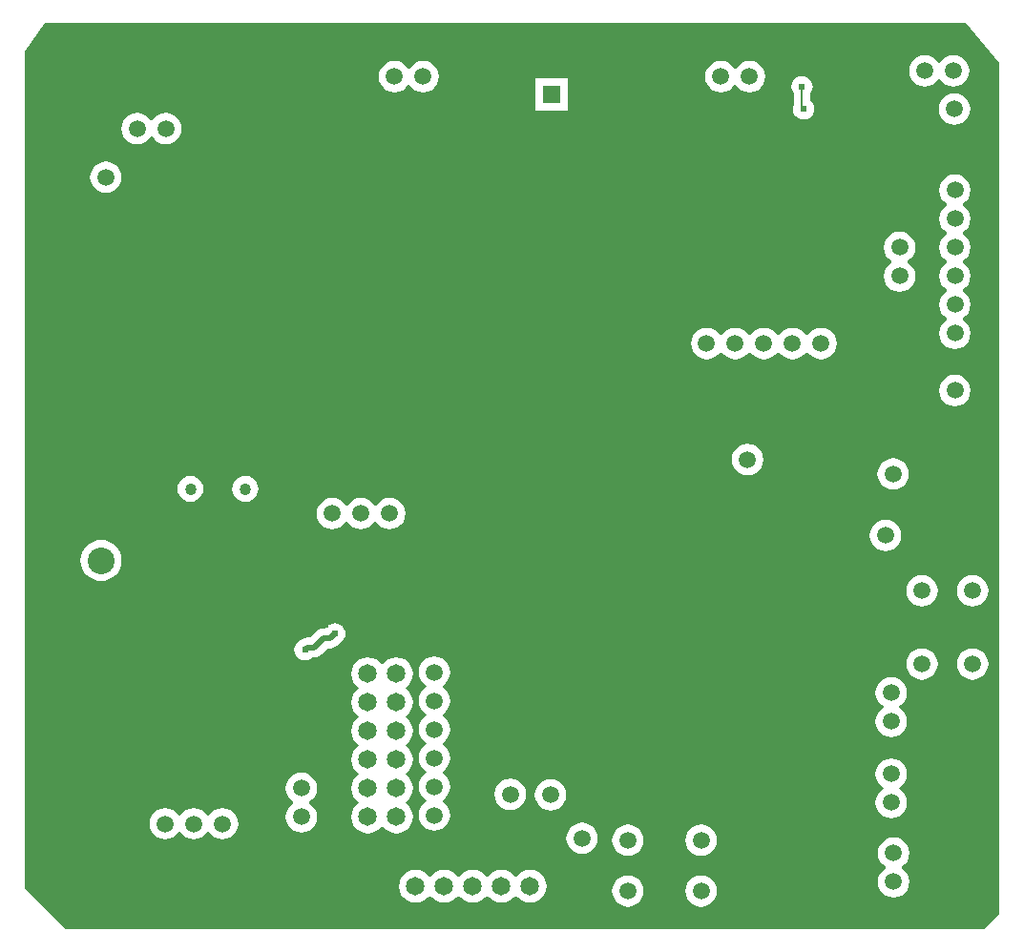
<source format=gbl>
G04 Layer_Physical_Order=2*
G04 Layer_Color=16711680*
%FSLAX25Y25*%
%MOIN*%
G70*
G01*
G75*
%ADD40C,0.01200*%
%ADD41C,0.02000*%
%ADD42C,0.01000*%
%ADD43C,0.00800*%
%ADD45C,0.04055*%
%ADD46C,0.05905*%
%ADD47C,0.06496*%
%ADD48C,0.06299*%
%ADD49R,0.06299X0.06299*%
%ADD50C,0.09331*%
%ADD51C,0.10039*%
%ADD52C,0.02400*%
G36*
X343300Y304400D02*
Y7200D01*
X337900Y1800D01*
X17200D01*
X2700Y16300D01*
X2700Y308500D01*
X10000Y318600D01*
X331500D01*
X343300Y304400D01*
D02*
G37*
%LPC*%
G36*
X172400Y54500D02*
X170976Y54312D01*
X169650Y53763D01*
X168511Y52889D01*
X167637Y51750D01*
X167088Y50424D01*
X166900Y49000D01*
X167088Y47576D01*
X167637Y46250D01*
X168511Y45111D01*
X169650Y44237D01*
X170976Y43688D01*
X172400Y43500D01*
X173823Y43688D01*
X175150Y44237D01*
X176289Y45111D01*
X177163Y46250D01*
X177712Y47576D01*
X177900Y49000D01*
X177712Y50424D01*
X177163Y51750D01*
X176289Y52889D01*
X175150Y53763D01*
X173823Y54312D01*
X172400Y54500D01*
D02*
G37*
G36*
X305500Y89956D02*
X304077Y89769D01*
X302750Y89220D01*
X301611Y88346D01*
X300737Y87207D01*
X300188Y85880D01*
X300000Y84457D01*
X300188Y83033D01*
X300737Y81707D01*
X301611Y80568D01*
X302693Y79737D01*
X302724Y79457D01*
X302693Y79176D01*
X301611Y78346D01*
X300737Y77206D01*
X300188Y75880D01*
X300000Y74457D01*
X300188Y73033D01*
X300737Y71707D01*
X301611Y70568D01*
X302750Y69694D01*
X304077Y69144D01*
X305500Y68957D01*
X306924Y69144D01*
X308250Y69694D01*
X309389Y70568D01*
X310263Y71707D01*
X310812Y73033D01*
X311000Y74457D01*
X310812Y75880D01*
X310263Y77206D01*
X309389Y78346D01*
X308307Y79176D01*
X308276Y79457D01*
X308307Y79737D01*
X309389Y80568D01*
X310263Y81707D01*
X310812Y83033D01*
X311000Y84457D01*
X310812Y85880D01*
X310263Y87207D01*
X309389Y88346D01*
X308250Y89220D01*
X306924Y89769D01*
X305500Y89956D01*
D02*
G37*
G36*
X71856Y44200D02*
X70433Y44012D01*
X69106Y43463D01*
X67967Y42589D01*
X67137Y41507D01*
X66856Y41476D01*
X66575Y41507D01*
X65745Y42589D01*
X64606Y43463D01*
X63279Y44012D01*
X61856Y44200D01*
X60433Y44012D01*
X59106Y43463D01*
X57967Y42589D01*
X57137Y41507D01*
X56856Y41476D01*
X56575Y41507D01*
X55745Y42589D01*
X54606Y43463D01*
X53279Y44012D01*
X51856Y44200D01*
X50432Y44012D01*
X49106Y43463D01*
X47967Y42589D01*
X47093Y41450D01*
X46544Y40124D01*
X46356Y38700D01*
X46544Y37277D01*
X47093Y35950D01*
X47967Y34811D01*
X49106Y33937D01*
X50432Y33388D01*
X51856Y33200D01*
X53279Y33388D01*
X54606Y33937D01*
X55745Y34811D01*
X56575Y35893D01*
X56856Y35924D01*
X57137Y35893D01*
X57967Y34811D01*
X59106Y33937D01*
X60433Y33388D01*
X61856Y33200D01*
X63279Y33388D01*
X64606Y33937D01*
X65745Y34811D01*
X66575Y35893D01*
X66856Y35924D01*
X67137Y35893D01*
X67967Y34811D01*
X69106Y33937D01*
X70433Y33388D01*
X71856Y33200D01*
X73279Y33388D01*
X74606Y33937D01*
X75745Y34811D01*
X76619Y35950D01*
X77168Y37277D01*
X77356Y38700D01*
X77168Y40124D01*
X76619Y41450D01*
X75745Y42589D01*
X74606Y43463D01*
X73279Y44012D01*
X71856Y44200D01*
D02*
G37*
G36*
X186500Y54300D02*
X185077Y54112D01*
X183750Y53563D01*
X182611Y52689D01*
X181737Y51550D01*
X181188Y50223D01*
X181000Y48800D01*
X181188Y47376D01*
X181737Y46050D01*
X182611Y44911D01*
X183750Y44037D01*
X185077Y43488D01*
X186500Y43300D01*
X187924Y43488D01*
X189250Y44037D01*
X190389Y44911D01*
X191263Y46050D01*
X191813Y47376D01*
X192000Y48800D01*
X191813Y50223D01*
X191263Y51550D01*
X190389Y52689D01*
X189250Y53563D01*
X187924Y54112D01*
X186500Y54300D01*
D02*
G37*
G36*
X316183Y100000D02*
X314760Y99812D01*
X313434Y99263D01*
X312295Y98389D01*
X311420Y97250D01*
X310871Y95924D01*
X310684Y94500D01*
X310871Y93076D01*
X311420Y91750D01*
X312295Y90611D01*
X313434Y89737D01*
X314760Y89188D01*
X316183Y89000D01*
X317607Y89188D01*
X318933Y89737D01*
X320072Y90611D01*
X320946Y91750D01*
X321496Y93076D01*
X321683Y94500D01*
X321496Y95924D01*
X320946Y97250D01*
X320072Y98389D01*
X318933Y99263D01*
X317607Y99812D01*
X316183Y100000D01*
D02*
G37*
G36*
X111100Y108832D02*
X110134Y108705D01*
X109234Y108332D01*
X108461Y107739D01*
X107917Y107030D01*
X107100D01*
X106186Y106910D01*
X105335Y106557D01*
X104604Y105996D01*
X102438Y103830D01*
X101500D01*
X100586Y103710D01*
X99735Y103357D01*
X99021Y102809D01*
X98834Y102732D01*
X98061Y102139D01*
X97468Y101366D01*
X97095Y100466D01*
X96968Y99500D01*
X97095Y98534D01*
X97468Y97634D01*
X98061Y96861D01*
X98834Y96268D01*
X99734Y95895D01*
X100700Y95768D01*
X101666Y95895D01*
X102566Y96268D01*
X103220Y96770D01*
X103900D01*
X104814Y96890D01*
X105665Y97243D01*
X106396Y97804D01*
X108562Y99970D01*
X109500D01*
X110414Y100090D01*
X111265Y100443D01*
X111996Y101004D01*
X112786Y101794D01*
X112966Y101868D01*
X113739Y102461D01*
X114332Y103234D01*
X114705Y104134D01*
X114832Y105100D01*
X114705Y106066D01*
X114332Y106966D01*
X113739Y107739D01*
X112966Y108332D01*
X112066Y108705D01*
X111100Y108832D01*
D02*
G37*
G36*
X316183Y125590D02*
X314760Y125403D01*
X313434Y124853D01*
X312295Y123979D01*
X311420Y122840D01*
X310871Y121514D01*
X310684Y120090D01*
X310871Y118667D01*
X311420Y117341D01*
X312295Y116201D01*
X313434Y115327D01*
X314760Y114778D01*
X316183Y114591D01*
X317607Y114778D01*
X318933Y115327D01*
X320072Y116201D01*
X320946Y117341D01*
X321496Y118667D01*
X321683Y120090D01*
X321496Y121514D01*
X320946Y122840D01*
X320072Y123979D01*
X318933Y124853D01*
X317607Y125403D01*
X316183Y125590D01*
D02*
G37*
G36*
X333900Y100000D02*
X332476Y99812D01*
X331150Y99263D01*
X330011Y98389D01*
X329137Y97250D01*
X328588Y95924D01*
X328400Y94500D01*
X328588Y93076D01*
X329137Y91750D01*
X330011Y90611D01*
X331150Y89737D01*
X332476Y89188D01*
X333900Y89000D01*
X335324Y89188D01*
X336650Y89737D01*
X337789Y90611D01*
X338663Y91750D01*
X339212Y93076D01*
X339400Y94500D01*
X339212Y95924D01*
X338663Y97250D01*
X337789Y98389D01*
X336650Y99263D01*
X335324Y99812D01*
X333900Y100000D01*
D02*
G37*
G36*
X132656Y96898D02*
X131156Y96700D01*
X129757Y96121D01*
X128557Y95200D01*
X127906Y94352D01*
X127406D01*
X126755Y95200D01*
X125555Y96121D01*
X124156Y96700D01*
X122656Y96898D01*
X121156Y96700D01*
X119757Y96121D01*
X118556Y95200D01*
X117635Y93999D01*
X117056Y92601D01*
X116858Y91100D01*
X117056Y89600D01*
X117635Y88201D01*
X118556Y87001D01*
X119404Y86350D01*
Y85850D01*
X118556Y85199D01*
X117635Y83999D01*
X117056Y82600D01*
X116858Y81100D01*
X117056Y79599D01*
X117635Y78201D01*
X118556Y77000D01*
X119404Y76350D01*
Y75850D01*
X118556Y75200D01*
X117635Y73999D01*
X117056Y72601D01*
X116858Y71100D01*
X117056Y69599D01*
X117635Y68201D01*
X118556Y67001D01*
X119404Y66350D01*
Y65850D01*
X118556Y65200D01*
X117635Y63999D01*
X117056Y62600D01*
X116858Y61100D01*
X117056Y59600D01*
X117635Y58201D01*
X118556Y57000D01*
X119404Y56350D01*
Y55850D01*
X118556Y55199D01*
X117635Y53999D01*
X117056Y52601D01*
X116858Y51100D01*
X117056Y49599D01*
X117635Y48201D01*
X118556Y47001D01*
X119404Y46350D01*
Y45850D01*
X118556Y45199D01*
X117635Y43999D01*
X117056Y42601D01*
X116858Y41100D01*
X117056Y39599D01*
X117635Y38201D01*
X118556Y37001D01*
X119757Y36079D01*
X121156Y35500D01*
X122656Y35302D01*
X124156Y35500D01*
X125555Y36079D01*
X126755Y37001D01*
X127406Y37848D01*
X127906D01*
X128557Y37001D01*
X129757Y36079D01*
X131156Y35500D01*
X132656Y35302D01*
X134157Y35500D01*
X135555Y36079D01*
X136756Y37001D01*
X137677Y38201D01*
X138256Y39599D01*
X138454Y41100D01*
X138256Y42601D01*
X137677Y43999D01*
X136756Y45199D01*
X135908Y45850D01*
Y46350D01*
X136756Y47001D01*
X137677Y48201D01*
X138256Y49599D01*
X138454Y51100D01*
X138256Y52601D01*
X137677Y53999D01*
X136756Y55199D01*
X135908Y55850D01*
Y56350D01*
X136756Y57000D01*
X137677Y58201D01*
X138256Y59600D01*
X138454Y61100D01*
X138256Y62600D01*
X137677Y63999D01*
X136756Y65200D01*
X135908Y65850D01*
Y66350D01*
X136756Y67001D01*
X137677Y68201D01*
X138256Y69599D01*
X138454Y71100D01*
X138256Y72601D01*
X137677Y73999D01*
X136756Y75200D01*
X135908Y75850D01*
Y76350D01*
X136756Y77000D01*
X137677Y78201D01*
X138256Y79599D01*
X138454Y81100D01*
X138256Y82600D01*
X137677Y83999D01*
X136756Y85199D01*
X135908Y85850D01*
Y86350D01*
X136756Y87001D01*
X137677Y88201D01*
X138256Y89600D01*
X138454Y91100D01*
X138256Y92601D01*
X137677Y93999D01*
X136756Y95200D01*
X135555Y96121D01*
X134157Y96700D01*
X132656Y96898D01*
D02*
G37*
G36*
X305500Y61556D02*
X304077Y61369D01*
X302750Y60820D01*
X301611Y59946D01*
X300737Y58807D01*
X300188Y57480D01*
X300000Y56057D01*
X300188Y54633D01*
X300737Y53307D01*
X301611Y52168D01*
X302693Y51337D01*
X302724Y51057D01*
X302693Y50776D01*
X301611Y49946D01*
X300737Y48807D01*
X300188Y47480D01*
X300000Y46057D01*
X300188Y44633D01*
X300737Y43307D01*
X301611Y42168D01*
X302750Y41294D01*
X304077Y40744D01*
X305500Y40557D01*
X306924Y40744D01*
X308250Y41294D01*
X309389Y42168D01*
X310263Y43307D01*
X310812Y44633D01*
X311000Y46057D01*
X310812Y47480D01*
X310263Y48807D01*
X309389Y49946D01*
X308307Y50776D01*
X308276Y51057D01*
X308307Y51337D01*
X309389Y52168D01*
X310263Y53307D01*
X310812Y54633D01*
X311000Y56057D01*
X310812Y57480D01*
X310263Y58807D01*
X309389Y59946D01*
X308250Y60820D01*
X306924Y61369D01*
X305500Y61556D01*
D02*
G37*
G36*
X306300Y33956D02*
X304876Y33769D01*
X303550Y33220D01*
X302411Y32346D01*
X301537Y31207D01*
X300988Y29880D01*
X300800Y28457D01*
X300988Y27033D01*
X301537Y25707D01*
X302411Y24568D01*
X303493Y23737D01*
X303524Y23457D01*
X303493Y23176D01*
X302411Y22346D01*
X301537Y21206D01*
X300988Y19880D01*
X300800Y18457D01*
X300988Y17033D01*
X301537Y15707D01*
X302411Y14568D01*
X303550Y13694D01*
X304876Y13144D01*
X306300Y12957D01*
X307723Y13144D01*
X309050Y13694D01*
X310189Y14568D01*
X311063Y15707D01*
X311612Y17033D01*
X311800Y18457D01*
X311612Y19880D01*
X311063Y21206D01*
X310189Y22346D01*
X309107Y23176D01*
X309076Y23457D01*
X309107Y23737D01*
X310189Y24568D01*
X311063Y25707D01*
X311612Y27033D01*
X311800Y28457D01*
X311612Y29880D01*
X311063Y31207D01*
X310189Y32346D01*
X309050Y33220D01*
X307723Y33769D01*
X306300Y33956D01*
D02*
G37*
G36*
X179300Y22670D02*
X177799Y22472D01*
X176401Y21893D01*
X175200Y20972D01*
X174550Y20124D01*
X174050D01*
X173399Y20972D01*
X172199Y21893D01*
X170800Y22472D01*
X169300Y22670D01*
X167799Y22472D01*
X166401Y21893D01*
X165200Y20972D01*
X164550Y20124D01*
X164050D01*
X163400Y20972D01*
X162199Y21893D01*
X160801Y22472D01*
X159300Y22670D01*
X157799Y22472D01*
X156401Y21893D01*
X155201Y20972D01*
X154550Y20124D01*
X154050D01*
X153400Y20972D01*
X152199Y21893D01*
X150801Y22472D01*
X149300Y22670D01*
X147800Y22472D01*
X146401Y21893D01*
X145201Y20972D01*
X144550Y20124D01*
X144050D01*
X143400Y20972D01*
X142199Y21893D01*
X140800Y22472D01*
X139300Y22670D01*
X137800Y22472D01*
X136401Y21893D01*
X135201Y20972D01*
X134279Y19771D01*
X133700Y18373D01*
X133502Y16872D01*
X133700Y15372D01*
X134279Y13974D01*
X135201Y12773D01*
X136401Y11851D01*
X137800Y11272D01*
X139300Y11075D01*
X140800Y11272D01*
X142199Y11851D01*
X143400Y12773D01*
X144050Y13621D01*
X144550D01*
X145201Y12773D01*
X146401Y11851D01*
X147800Y11272D01*
X149300Y11075D01*
X150801Y11272D01*
X152199Y11851D01*
X153400Y12773D01*
X154050Y13621D01*
X154550D01*
X155201Y12773D01*
X156401Y11851D01*
X157799Y11272D01*
X159300Y11075D01*
X160801Y11272D01*
X162199Y11851D01*
X163400Y12773D01*
X164050Y13621D01*
X164550D01*
X165200Y12773D01*
X166401Y11851D01*
X167799Y11272D01*
X169300Y11075D01*
X170800Y11272D01*
X172199Y11851D01*
X173399Y12773D01*
X174050Y13621D01*
X174550D01*
X175200Y12773D01*
X176401Y11851D01*
X177799Y11272D01*
X179300Y11075D01*
X180800Y11272D01*
X182199Y11851D01*
X183399Y12773D01*
X184321Y13974D01*
X184900Y15372D01*
X185098Y16872D01*
X184900Y18373D01*
X184321Y19771D01*
X183399Y20972D01*
X182199Y21893D01*
X180800Y22472D01*
X179300Y22670D01*
D02*
G37*
G36*
X213500Y20700D02*
X212076Y20512D01*
X210750Y19963D01*
X209611Y19089D01*
X208737Y17950D01*
X208188Y16623D01*
X208000Y15200D01*
X208188Y13777D01*
X208737Y12450D01*
X209611Y11311D01*
X210750Y10437D01*
X212076Y9888D01*
X213500Y9700D01*
X214924Y9888D01*
X216250Y10437D01*
X217389Y11311D01*
X218263Y12450D01*
X218812Y13777D01*
X219000Y15200D01*
X218812Y16623D01*
X218263Y17950D01*
X217389Y19089D01*
X216250Y19963D01*
X214924Y20512D01*
X213500Y20700D01*
D02*
G37*
G36*
X239091D02*
X237667Y20512D01*
X236341Y19963D01*
X235202Y19089D01*
X234328Y17950D01*
X233778Y16623D01*
X233591Y15200D01*
X233778Y13777D01*
X234328Y12450D01*
X235202Y11311D01*
X236341Y10437D01*
X237667Y9888D01*
X239091Y9700D01*
X240514Y9888D01*
X241841Y10437D01*
X242980Y11311D01*
X243854Y12450D01*
X244403Y13777D01*
X244590Y15200D01*
X244403Y16623D01*
X243854Y17950D01*
X242980Y19089D01*
X241841Y19963D01*
X240514Y20512D01*
X239091Y20700D01*
D02*
G37*
G36*
X213500Y38416D02*
X212076Y38229D01*
X210750Y37679D01*
X209611Y36805D01*
X208737Y35666D01*
X208188Y34340D01*
X208000Y32916D01*
X208188Y31493D01*
X208737Y30167D01*
X209611Y29027D01*
X210750Y28153D01*
X212076Y27604D01*
X213500Y27417D01*
X214924Y27604D01*
X216250Y28153D01*
X217389Y29027D01*
X218263Y30167D01*
X218812Y31493D01*
X219000Y32916D01*
X218812Y34340D01*
X218263Y35666D01*
X217389Y36805D01*
X216250Y37679D01*
X214924Y38229D01*
X213500Y38416D01*
D02*
G37*
G36*
X99456Y56600D02*
X98033Y56412D01*
X96706Y55863D01*
X95567Y54989D01*
X94693Y53850D01*
X94144Y52523D01*
X93956Y51100D01*
X94144Y49676D01*
X94693Y48350D01*
X95567Y47211D01*
X96649Y46381D01*
X96680Y46100D01*
X96649Y45819D01*
X95567Y44989D01*
X94693Y43850D01*
X94144Y42524D01*
X93956Y41100D01*
X94144Y39676D01*
X94693Y38350D01*
X95567Y37211D01*
X96706Y36337D01*
X98033Y35788D01*
X99456Y35600D01*
X100879Y35788D01*
X102206Y36337D01*
X103345Y37211D01*
X104219Y38350D01*
X104768Y39676D01*
X104956Y41100D01*
X104768Y42524D01*
X104219Y43850D01*
X103345Y44989D01*
X102263Y45819D01*
X102232Y46100D01*
X102263Y46381D01*
X103345Y47211D01*
X104219Y48350D01*
X104768Y49676D01*
X104956Y51100D01*
X104768Y52523D01*
X104219Y53850D01*
X103345Y54989D01*
X102206Y55863D01*
X100879Y56412D01*
X99456Y56600D01*
D02*
G37*
G36*
X145900Y97200D02*
X144476Y97012D01*
X143150Y96463D01*
X142011Y95589D01*
X141137Y94450D01*
X140588Y93124D01*
X140400Y91700D01*
X140588Y90276D01*
X141137Y88950D01*
X142011Y87811D01*
X143093Y86981D01*
X143124Y86700D01*
X143093Y86419D01*
X142011Y85589D01*
X141137Y84450D01*
X140588Y83123D01*
X140400Y81700D01*
X140588Y80277D01*
X141137Y78950D01*
X142011Y77811D01*
X143093Y76981D01*
X143124Y76700D01*
X143093Y76419D01*
X142011Y75589D01*
X141137Y74450D01*
X140588Y73124D01*
X140400Y71700D01*
X140588Y70276D01*
X141137Y68950D01*
X142011Y67811D01*
X143093Y66981D01*
X143124Y66700D01*
X143093Y66419D01*
X142011Y65589D01*
X141137Y64450D01*
X140588Y63124D01*
X140400Y61700D01*
X140588Y60277D01*
X141137Y58950D01*
X142011Y57811D01*
X143093Y56981D01*
X143124Y56700D01*
X143093Y56419D01*
X142011Y55589D01*
X141137Y54450D01*
X140588Y53123D01*
X140400Y51700D01*
X140588Y50276D01*
X141137Y48950D01*
X142011Y47811D01*
X143093Y46981D01*
X143124Y46700D01*
X143093Y46419D01*
X142011Y45589D01*
X141137Y44450D01*
X140588Y43123D01*
X140400Y41700D01*
X140588Y40277D01*
X141137Y38950D01*
X142011Y37811D01*
X143150Y36937D01*
X144476Y36388D01*
X145900Y36200D01*
X147324Y36388D01*
X148650Y36937D01*
X149789Y37811D01*
X150663Y38950D01*
X151212Y40277D01*
X151400Y41700D01*
X151212Y43123D01*
X150663Y44450D01*
X149789Y45589D01*
X148707Y46419D01*
X148676Y46700D01*
X148707Y46981D01*
X149789Y47811D01*
X150663Y48950D01*
X151212Y50276D01*
X151400Y51700D01*
X151212Y53123D01*
X150663Y54450D01*
X149789Y55589D01*
X148707Y56419D01*
X148676Y56700D01*
X148707Y56981D01*
X149789Y57811D01*
X150663Y58950D01*
X151212Y60277D01*
X151400Y61700D01*
X151212Y63124D01*
X150663Y64450D01*
X149789Y65589D01*
X148707Y66419D01*
X148676Y66700D01*
X148707Y66981D01*
X149789Y67811D01*
X150663Y68950D01*
X151212Y70276D01*
X151400Y71700D01*
X151212Y73124D01*
X150663Y74450D01*
X149789Y75589D01*
X148707Y76419D01*
X148676Y76700D01*
X148707Y76981D01*
X149789Y77811D01*
X150663Y78950D01*
X151212Y80277D01*
X151400Y81700D01*
X151212Y83123D01*
X150663Y84450D01*
X149789Y85589D01*
X148707Y86419D01*
X148676Y86700D01*
X148707Y86981D01*
X149789Y87811D01*
X150663Y88950D01*
X151212Y90276D01*
X151400Y91700D01*
X151212Y93124D01*
X150663Y94450D01*
X149789Y95589D01*
X148650Y96463D01*
X147324Y97012D01*
X145900Y97200D01*
D02*
G37*
G36*
X239091Y38416D02*
X237667Y38229D01*
X236341Y37679D01*
X235202Y36805D01*
X234328Y35666D01*
X233778Y34340D01*
X233591Y32916D01*
X233778Y31493D01*
X234328Y30167D01*
X235202Y29027D01*
X236341Y28153D01*
X237667Y27604D01*
X239091Y27417D01*
X240514Y27604D01*
X241841Y28153D01*
X242980Y29027D01*
X243854Y30167D01*
X244403Y31493D01*
X244590Y32916D01*
X244403Y34340D01*
X243854Y35666D01*
X242980Y36805D01*
X241841Y37679D01*
X240514Y38229D01*
X239091Y38416D01*
D02*
G37*
G36*
X197500Y39100D02*
X196077Y38912D01*
X194750Y38363D01*
X193611Y37489D01*
X192737Y36350D01*
X192188Y35023D01*
X192000Y33600D01*
X192188Y32177D01*
X192737Y30850D01*
X193611Y29711D01*
X194750Y28837D01*
X196077Y28288D01*
X197500Y28100D01*
X198923Y28288D01*
X200250Y28837D01*
X201389Y29711D01*
X202263Y30850D01*
X202812Y32177D01*
X203000Y33600D01*
X202812Y35023D01*
X202263Y36350D01*
X201389Y37489D01*
X200250Y38363D01*
X198923Y38912D01*
X197500Y39100D01*
D02*
G37*
G36*
X327564Y293931D02*
X326140Y293743D01*
X324814Y293194D01*
X323675Y292320D01*
X322801Y291181D01*
X322251Y289854D01*
X322064Y288431D01*
X322251Y287007D01*
X322801Y285681D01*
X323675Y284542D01*
X324814Y283668D01*
X326140Y283118D01*
X327564Y282931D01*
X328987Y283118D01*
X330314Y283668D01*
X331453Y284542D01*
X332327Y285681D01*
X332876Y287007D01*
X333064Y288431D01*
X332876Y289854D01*
X332327Y291181D01*
X331453Y292320D01*
X330314Y293194D01*
X328987Y293743D01*
X327564Y293931D01*
D02*
G37*
G36*
X52079Y287105D02*
X50656Y286917D01*
X49330Y286368D01*
X48190Y285494D01*
X47360Y284412D01*
X47079Y284381D01*
X46799Y284412D01*
X45968Y285494D01*
X44829Y286368D01*
X43503Y286917D01*
X42079Y287105D01*
X40656Y286917D01*
X39329Y286368D01*
X38190Y285494D01*
X37316Y284355D01*
X36767Y283029D01*
X36580Y281605D01*
X36767Y280182D01*
X37316Y278855D01*
X38190Y277716D01*
X39329Y276842D01*
X40656Y276293D01*
X42079Y276105D01*
X43503Y276293D01*
X44829Y276842D01*
X45968Y277716D01*
X46799Y278798D01*
X47079Y278829D01*
X47360Y278798D01*
X48190Y277716D01*
X49330Y276842D01*
X50656Y276293D01*
X52079Y276105D01*
X53503Y276293D01*
X54829Y276842D01*
X55968Y277716D01*
X56842Y278855D01*
X57392Y280182D01*
X57579Y281605D01*
X57392Y283029D01*
X56842Y284355D01*
X55968Y285494D01*
X54829Y286368D01*
X53503Y286917D01*
X52079Y287105D01*
D02*
G37*
G36*
X31157Y270100D02*
X29733Y269912D01*
X28407Y269363D01*
X27268Y268489D01*
X26394Y267350D01*
X25844Y266023D01*
X25657Y264600D01*
X25844Y263176D01*
X26394Y261850D01*
X27268Y260711D01*
X28407Y259837D01*
X29733Y259288D01*
X31157Y259100D01*
X32580Y259288D01*
X33906Y259837D01*
X35045Y260711D01*
X35920Y261850D01*
X36469Y263176D01*
X36656Y264600D01*
X36469Y266023D01*
X35920Y267350D01*
X35045Y268489D01*
X33906Y269363D01*
X32580Y269912D01*
X31157Y270100D01*
D02*
G37*
G36*
X281000Y212000D02*
X279576Y211812D01*
X278250Y211263D01*
X277111Y210389D01*
X276281Y209307D01*
X276000Y209276D01*
X275719Y209307D01*
X274889Y210389D01*
X273750Y211263D01*
X272424Y211812D01*
X271000Y212000D01*
X269577Y211812D01*
X268250Y211263D01*
X267111Y210389D01*
X266281Y209307D01*
X266000Y209276D01*
X265719Y209307D01*
X264889Y210389D01*
X263750Y211263D01*
X262423Y211812D01*
X261000Y212000D01*
X259577Y211812D01*
X258250Y211263D01*
X257111Y210389D01*
X256281Y209307D01*
X256000Y209276D01*
X255719Y209307D01*
X254889Y210389D01*
X253750Y211263D01*
X252424Y211812D01*
X251000Y212000D01*
X249576Y211812D01*
X248250Y211263D01*
X247111Y210389D01*
X246281Y209307D01*
X246000Y209276D01*
X245719Y209307D01*
X244889Y210389D01*
X243750Y211263D01*
X242424Y211812D01*
X241000Y212000D01*
X239577Y211812D01*
X238250Y211263D01*
X237111Y210389D01*
X236237Y209250D01*
X235688Y207924D01*
X235500Y206500D01*
X235688Y205077D01*
X236237Y203750D01*
X237111Y202611D01*
X238250Y201737D01*
X239577Y201188D01*
X241000Y201000D01*
X242424Y201188D01*
X243750Y201737D01*
X244889Y202611D01*
X245719Y203693D01*
X246000Y203724D01*
X246281Y203693D01*
X247111Y202611D01*
X248250Y201737D01*
X249576Y201188D01*
X251000Y201000D01*
X252424Y201188D01*
X253750Y201737D01*
X254889Y202611D01*
X255719Y203693D01*
X256000Y203724D01*
X256281Y203693D01*
X257111Y202611D01*
X258250Y201737D01*
X259577Y201188D01*
X261000Y201000D01*
X262423Y201188D01*
X263750Y201737D01*
X264889Y202611D01*
X265719Y203693D01*
X266000Y203724D01*
X266281Y203693D01*
X267111Y202611D01*
X268250Y201737D01*
X269577Y201188D01*
X271000Y201000D01*
X272424Y201188D01*
X273750Y201737D01*
X274889Y202611D01*
X275719Y203693D01*
X276000Y203724D01*
X276281Y203693D01*
X277111Y202611D01*
X278250Y201737D01*
X279576Y201188D01*
X281000Y201000D01*
X282423Y201188D01*
X283750Y201737D01*
X284889Y202611D01*
X285763Y203750D01*
X286312Y205077D01*
X286500Y206500D01*
X286312Y207924D01*
X285763Y209250D01*
X284889Y210389D01*
X283750Y211263D01*
X282423Y211812D01*
X281000Y212000D01*
D02*
G37*
G36*
X308400Y245600D02*
X306977Y245412D01*
X305650Y244863D01*
X304511Y243989D01*
X303637Y242850D01*
X303088Y241524D01*
X302900Y240100D01*
X303088Y238677D01*
X303637Y237350D01*
X304511Y236211D01*
X305593Y235381D01*
X305624Y235100D01*
X305593Y234819D01*
X304511Y233989D01*
X303637Y232850D01*
X303088Y231523D01*
X302900Y230100D01*
X303088Y228677D01*
X303637Y227350D01*
X304511Y226211D01*
X305650Y225337D01*
X306977Y224788D01*
X308400Y224600D01*
X309823Y224788D01*
X311150Y225337D01*
X312289Y226211D01*
X313163Y227350D01*
X313712Y228677D01*
X313900Y230100D01*
X313712Y231523D01*
X313163Y232850D01*
X312289Y233989D01*
X311207Y234819D01*
X311176Y235100D01*
X311207Y235381D01*
X312289Y236211D01*
X313163Y237350D01*
X313712Y238677D01*
X313900Y240100D01*
X313712Y241524D01*
X313163Y242850D01*
X312289Y243989D01*
X311150Y244863D01*
X309823Y245412D01*
X308400Y245600D01*
D02*
G37*
G36*
X255957Y305300D02*
X254533Y305112D01*
X253207Y304563D01*
X252068Y303689D01*
X251237Y302607D01*
X250957Y302576D01*
X250676Y302607D01*
X249846Y303689D01*
X248707Y304563D01*
X247380Y305112D01*
X245957Y305300D01*
X244533Y305112D01*
X243207Y304563D01*
X242068Y303689D01*
X241194Y302550D01*
X240644Y301223D01*
X240457Y299800D01*
X240644Y298376D01*
X241194Y297050D01*
X242068Y295911D01*
X243207Y295037D01*
X244533Y294488D01*
X245957Y294300D01*
X247380Y294488D01*
X248707Y295037D01*
X249846Y295911D01*
X250676Y296993D01*
X250957Y297024D01*
X251237Y296993D01*
X252068Y295911D01*
X253207Y295037D01*
X254533Y294488D01*
X255957Y294300D01*
X257380Y294488D01*
X258706Y295037D01*
X259846Y295911D01*
X260720Y297050D01*
X261269Y298376D01*
X261456Y299800D01*
X261269Y301223D01*
X260720Y302550D01*
X259846Y303689D01*
X258706Y304563D01*
X257380Y305112D01*
X255957Y305300D01*
D02*
G37*
G36*
X327209Y307274D02*
X325786Y307086D01*
X324460Y306537D01*
X323320Y305663D01*
X322490Y304581D01*
X322209Y304550D01*
X321929Y304581D01*
X321098Y305663D01*
X319959Y306537D01*
X318633Y307086D01*
X317209Y307274D01*
X315786Y307086D01*
X314459Y306537D01*
X313320Y305663D01*
X312446Y304524D01*
X311897Y303197D01*
X311710Y301774D01*
X311897Y300351D01*
X312446Y299024D01*
X313320Y297885D01*
X314459Y297011D01*
X315786Y296462D01*
X317209Y296274D01*
X318633Y296462D01*
X319959Y297011D01*
X321098Y297885D01*
X321929Y298967D01*
X322209Y298998D01*
X322490Y298967D01*
X323320Y297885D01*
X324460Y297011D01*
X325786Y296462D01*
X327209Y296274D01*
X328633Y296462D01*
X329959Y297011D01*
X331098Y297885D01*
X331972Y299024D01*
X332522Y300351D01*
X332709Y301774D01*
X332522Y303197D01*
X331972Y304524D01*
X331098Y305663D01*
X329959Y306537D01*
X328633Y307086D01*
X327209Y307274D01*
D02*
G37*
G36*
X141957Y305300D02*
X140533Y305112D01*
X139207Y304563D01*
X138068Y303689D01*
X137237Y302607D01*
X136957Y302576D01*
X136676Y302607D01*
X135846Y303689D01*
X134706Y304563D01*
X133380Y305112D01*
X131957Y305300D01*
X130533Y305112D01*
X129207Y304563D01*
X128068Y303689D01*
X127194Y302550D01*
X126644Y301223D01*
X126457Y299800D01*
X126644Y298376D01*
X127194Y297050D01*
X128068Y295911D01*
X129207Y295037D01*
X130533Y294488D01*
X131957Y294300D01*
X133380Y294488D01*
X134706Y295037D01*
X135846Y295911D01*
X136676Y296993D01*
X136957Y297024D01*
X137237Y296993D01*
X138068Y295911D01*
X139207Y295037D01*
X140533Y294488D01*
X141957Y294300D01*
X143380Y294488D01*
X144706Y295037D01*
X145846Y295911D01*
X146720Y297050D01*
X147269Y298376D01*
X147456Y299800D01*
X147269Y301223D01*
X146720Y302550D01*
X145846Y303689D01*
X144706Y304563D01*
X143380Y305112D01*
X141957Y305300D01*
D02*
G37*
G36*
X274309Y300006D02*
X273343Y299879D01*
X272443Y299506D01*
X271671Y298913D01*
X271077Y298140D01*
X270705Y297240D01*
X270578Y296274D01*
X270705Y295308D01*
X271077Y294408D01*
X271384Y294008D01*
Y289733D01*
X271305Y289540D01*
X271178Y288574D01*
X271305Y287608D01*
X271677Y286708D01*
X272270Y285935D01*
X273043Y285342D01*
X273943Y284969D01*
X274909Y284842D01*
X275875Y284969D01*
X276775Y285342D01*
X277548Y285935D01*
X278141Y286708D01*
X278514Y287608D01*
X278641Y288574D01*
X278514Y289540D01*
X278141Y290440D01*
X277548Y291213D01*
X277234Y291454D01*
Y294008D01*
X277541Y294408D01*
X277914Y295308D01*
X278041Y296274D01*
X277914Y297240D01*
X277541Y298140D01*
X276948Y298913D01*
X276175Y299506D01*
X275275Y299879D01*
X274309Y300006D01*
D02*
G37*
G36*
X192539Y299200D02*
X181240D01*
Y287901D01*
X192539D01*
Y299200D01*
D02*
G37*
G36*
X130256Y152600D02*
X128832Y152412D01*
X127506Y151863D01*
X126367Y150989D01*
X125537Y149907D01*
X125256Y149876D01*
X124975Y149907D01*
X124145Y150989D01*
X123006Y151863D01*
X121679Y152412D01*
X120256Y152600D01*
X118833Y152412D01*
X117506Y151863D01*
X116367Y150989D01*
X115537Y149907D01*
X115256Y149876D01*
X114975Y149907D01*
X114145Y150989D01*
X113006Y151863D01*
X111679Y152412D01*
X110256Y152600D01*
X108833Y152412D01*
X107506Y151863D01*
X106367Y150989D01*
X105493Y149850D01*
X104944Y148523D01*
X104756Y147100D01*
X104944Y145677D01*
X105493Y144350D01*
X106367Y143211D01*
X107506Y142337D01*
X108833Y141788D01*
X110256Y141600D01*
X111679Y141788D01*
X113006Y142337D01*
X114145Y143211D01*
X114975Y144293D01*
X115256Y144324D01*
X115537Y144293D01*
X116367Y143211D01*
X117506Y142337D01*
X118833Y141788D01*
X120256Y141600D01*
X121679Y141788D01*
X123006Y142337D01*
X124145Y143211D01*
X124975Y144293D01*
X125256Y144324D01*
X125537Y144293D01*
X126367Y143211D01*
X127506Y142337D01*
X128832Y141788D01*
X130256Y141600D01*
X131679Y141788D01*
X133006Y142337D01*
X134145Y143211D01*
X135019Y144350D01*
X135568Y145677D01*
X135756Y147100D01*
X135568Y148523D01*
X135019Y149850D01*
X134145Y150989D01*
X133006Y151863D01*
X131679Y152412D01*
X130256Y152600D01*
D02*
G37*
G36*
X60694Y160266D02*
X59512Y160111D01*
X58410Y159655D01*
X57464Y158929D01*
X56739Y157983D01*
X56283Y156882D01*
X56127Y155700D01*
X56283Y154518D01*
X56739Y153417D01*
X57464Y152471D01*
X58410Y151745D01*
X59512Y151289D01*
X60694Y151133D01*
X61876Y151289D01*
X62977Y151745D01*
X63923Y152471D01*
X64648Y153417D01*
X65105Y154518D01*
X65260Y155700D01*
X65105Y156882D01*
X64648Y157983D01*
X63923Y158929D01*
X62977Y159655D01*
X61876Y160111D01*
X60694Y160266D01*
D02*
G37*
G36*
X303500Y144900D02*
X302077Y144712D01*
X300750Y144163D01*
X299611Y143289D01*
X298737Y142150D01*
X298188Y140823D01*
X298000Y139400D01*
X298188Y137977D01*
X298737Y136650D01*
X299611Y135511D01*
X300750Y134637D01*
X302077Y134088D01*
X303500Y133900D01*
X304924Y134088D01*
X306250Y134637D01*
X307389Y135511D01*
X308263Y136650D01*
X308812Y137977D01*
X309000Y139400D01*
X308812Y140823D01*
X308263Y142150D01*
X307389Y143289D01*
X306250Y144163D01*
X304924Y144712D01*
X303500Y144900D01*
D02*
G37*
G36*
X333900Y125590D02*
X332476Y125403D01*
X331150Y124853D01*
X330011Y123979D01*
X329137Y122840D01*
X328588Y121514D01*
X328400Y120090D01*
X328588Y118667D01*
X329137Y117341D01*
X330011Y116201D01*
X331150Y115327D01*
X332476Y114778D01*
X333900Y114591D01*
X335324Y114778D01*
X336650Y115327D01*
X337789Y116201D01*
X338663Y117341D01*
X339212Y118667D01*
X339400Y120090D01*
X339212Y121514D01*
X338663Y122840D01*
X337789Y123979D01*
X336650Y124853D01*
X335324Y125403D01*
X333900Y125590D01*
D02*
G37*
G36*
X29456Y137900D02*
X28051Y137762D01*
X26701Y137352D01*
X25456Y136687D01*
X24365Y135791D01*
X23469Y134700D01*
X22804Y133455D01*
X22394Y132105D01*
X22256Y130700D01*
X22394Y129295D01*
X22804Y127945D01*
X23469Y126700D01*
X24365Y125609D01*
X25456Y124713D01*
X26701Y124048D01*
X28051Y123638D01*
X29456Y123500D01*
X30861Y123638D01*
X32211Y124048D01*
X33456Y124713D01*
X34547Y125609D01*
X35443Y126700D01*
X36108Y127945D01*
X36518Y129295D01*
X36656Y130700D01*
X36518Y132105D01*
X36108Y133455D01*
X35443Y134700D01*
X34547Y135791D01*
X33456Y136687D01*
X32211Y137352D01*
X30861Y137762D01*
X29456Y137900D01*
D02*
G37*
G36*
X327700Y195600D02*
X326276Y195412D01*
X324950Y194863D01*
X323811Y193989D01*
X322937Y192850D01*
X322388Y191524D01*
X322200Y190100D01*
X322388Y188677D01*
X322937Y187350D01*
X323811Y186211D01*
X324950Y185337D01*
X326276Y184788D01*
X327700Y184600D01*
X329123Y184788D01*
X330450Y185337D01*
X331589Y186211D01*
X332463Y187350D01*
X333012Y188677D01*
X333200Y190100D01*
X333012Y191524D01*
X332463Y192850D01*
X331589Y193989D01*
X330450Y194863D01*
X329123Y195412D01*
X327700Y195600D01*
D02*
G37*
G36*
Y265600D02*
X326276Y265412D01*
X324950Y264863D01*
X323811Y263989D01*
X322937Y262850D01*
X322388Y261524D01*
X322200Y260100D01*
X322388Y258677D01*
X322937Y257350D01*
X323811Y256211D01*
X324893Y255381D01*
X324924Y255100D01*
X324893Y254819D01*
X323811Y253989D01*
X322937Y252850D01*
X322388Y251523D01*
X322200Y250100D01*
X322388Y248676D01*
X322937Y247350D01*
X323811Y246211D01*
X324893Y245381D01*
X324924Y245100D01*
X324893Y244819D01*
X323811Y243989D01*
X322937Y242850D01*
X322388Y241524D01*
X322200Y240100D01*
X322388Y238677D01*
X322937Y237350D01*
X323811Y236211D01*
X324893Y235381D01*
X324924Y235100D01*
X324893Y234819D01*
X323811Y233989D01*
X322937Y232850D01*
X322388Y231523D01*
X322200Y230100D01*
X322388Y228677D01*
X322937Y227350D01*
X323811Y226211D01*
X324893Y225381D01*
X324924Y225100D01*
X324893Y224819D01*
X323811Y223989D01*
X322937Y222850D01*
X322388Y221523D01*
X322200Y220100D01*
X322388Y218676D01*
X322937Y217350D01*
X323811Y216211D01*
X324893Y215381D01*
X324924Y215100D01*
X324893Y214819D01*
X323811Y213989D01*
X322937Y212850D01*
X322388Y211524D01*
X322200Y210100D01*
X322388Y208677D01*
X322937Y207350D01*
X323811Y206211D01*
X324950Y205337D01*
X326276Y204788D01*
X327700Y204600D01*
X329123Y204788D01*
X330450Y205337D01*
X331589Y206211D01*
X332463Y207350D01*
X333012Y208677D01*
X333200Y210100D01*
X333012Y211524D01*
X332463Y212850D01*
X331589Y213989D01*
X330507Y214819D01*
X330476Y215100D01*
X330507Y215381D01*
X331589Y216211D01*
X332463Y217350D01*
X333012Y218676D01*
X333200Y220100D01*
X333012Y221523D01*
X332463Y222850D01*
X331589Y223989D01*
X330507Y224819D01*
X330476Y225100D01*
X330507Y225381D01*
X331589Y226211D01*
X332463Y227350D01*
X333012Y228677D01*
X333200Y230100D01*
X333012Y231523D01*
X332463Y232850D01*
X331589Y233989D01*
X330507Y234819D01*
X330476Y235100D01*
X330507Y235381D01*
X331589Y236211D01*
X332463Y237350D01*
X333012Y238677D01*
X333200Y240100D01*
X333012Y241524D01*
X332463Y242850D01*
X331589Y243989D01*
X330507Y244819D01*
X330476Y245100D01*
X330507Y245381D01*
X331589Y246211D01*
X332463Y247350D01*
X333012Y248676D01*
X333200Y250100D01*
X333012Y251523D01*
X332463Y252850D01*
X331589Y253989D01*
X330507Y254819D01*
X330476Y255100D01*
X330507Y255381D01*
X331589Y256211D01*
X332463Y257350D01*
X333012Y258677D01*
X333200Y260100D01*
X333012Y261524D01*
X332463Y262850D01*
X331589Y263989D01*
X330450Y264863D01*
X329123Y265412D01*
X327700Y265600D01*
D02*
G37*
G36*
X255300Y171500D02*
X253877Y171312D01*
X252550Y170763D01*
X251411Y169889D01*
X250537Y168750D01*
X249988Y167423D01*
X249800Y166000D01*
X249988Y164576D01*
X250537Y163250D01*
X251411Y162111D01*
X252550Y161237D01*
X253877Y160688D01*
X255300Y160500D01*
X256723Y160688D01*
X258050Y161237D01*
X259189Y162111D01*
X260063Y163250D01*
X260612Y164576D01*
X260800Y166000D01*
X260612Y167423D01*
X260063Y168750D01*
X259189Y169889D01*
X258050Y170763D01*
X256723Y171312D01*
X255300Y171500D01*
D02*
G37*
G36*
X79906Y160266D02*
X78724Y160111D01*
X77623Y159655D01*
X76677Y158929D01*
X75951Y157983D01*
X75495Y156882D01*
X75340Y155700D01*
X75495Y154518D01*
X75951Y153417D01*
X76677Y152471D01*
X77623Y151745D01*
X78724Y151289D01*
X79906Y151133D01*
X81088Y151289D01*
X82190Y151745D01*
X83135Y152471D01*
X83861Y153417D01*
X84317Y154518D01*
X84473Y155700D01*
X84317Y156882D01*
X83861Y157983D01*
X83135Y158929D01*
X82190Y159655D01*
X81088Y160111D01*
X79906Y160266D01*
D02*
G37*
G36*
X306159Y166400D02*
X304736Y166212D01*
X303410Y165663D01*
X302270Y164789D01*
X301396Y163650D01*
X300847Y162323D01*
X300660Y160900D01*
X300847Y159476D01*
X301396Y158150D01*
X302270Y157011D01*
X303410Y156137D01*
X304736Y155588D01*
X306159Y155400D01*
X307583Y155588D01*
X308909Y156137D01*
X310048Y157011D01*
X310922Y158150D01*
X311472Y159476D01*
X311659Y160900D01*
X311472Y162323D01*
X310922Y163650D01*
X310048Y164789D01*
X308909Y165663D01*
X307583Y166212D01*
X306159Y166400D01*
D02*
G37*
%LPD*%
D40*
X253500Y116800D02*
X253500Y116800D01*
X265707Y78193D02*
X266300Y77600D01*
X253500D02*
X254093Y78193D01*
X217500Y52000D02*
X217500Y52000D01*
X253043Y128800D02*
X253500D01*
D41*
X91400Y79400D02*
X91500Y79500D01*
X72400Y90300D02*
Y90979D01*
X107100Y103500D02*
X109500D01*
X103900Y100300D02*
X107100Y103500D01*
X101500Y100300D02*
X103900D01*
X100700Y99500D02*
X101500Y100300D01*
X109500Y103500D02*
X111100Y105100D01*
D42*
X132300Y51100D02*
X132656D01*
X132300Y71100D02*
X132656D01*
X132300Y61100D02*
X132656D01*
D43*
X274309Y289174D02*
X274909Y288574D01*
X274309Y289174D02*
Y296274D01*
D45*
X79906Y155700D02*
D03*
X60694D02*
D03*
D46*
X333900Y94500D02*
D03*
Y120090D02*
D03*
X316183Y94500D02*
D03*
Y120090D02*
D03*
X327564Y288431D02*
D03*
X241000Y206500D02*
D03*
X172400Y49000D02*
D03*
X305500Y74457D02*
D03*
Y84457D02*
D03*
X306300Y18457D02*
D03*
Y28457D02*
D03*
X305500Y46057D02*
D03*
Y56057D02*
D03*
X186500Y48800D02*
D03*
X327700Y220100D02*
D03*
Y230100D02*
D03*
Y250100D02*
D03*
Y260100D02*
D03*
Y240100D02*
D03*
Y210100D02*
D03*
Y200100D02*
D03*
Y190100D02*
D03*
X22700Y22100D02*
D03*
X305300Y119500D02*
D03*
X308400Y230100D02*
D03*
X306159Y160900D02*
D03*
X308400Y240100D02*
D03*
X145900Y81700D02*
D03*
Y61700D02*
D03*
Y41700D02*
D03*
Y51700D02*
D03*
Y71700D02*
D03*
Y91700D02*
D03*
X120256Y147100D02*
D03*
X130256D02*
D03*
X110256D02*
D03*
X21157Y264600D02*
D03*
X31157D02*
D03*
X281000Y206500D02*
D03*
X271000D02*
D03*
X89324Y297353D02*
D03*
X206300Y183600D02*
D03*
X261000Y206500D02*
D03*
X251000D02*
D03*
X213500Y15200D02*
D03*
X239091D02*
D03*
X213500Y32916D02*
D03*
X239091D02*
D03*
X42079Y281605D02*
D03*
X52079D02*
D03*
X327209Y301774D02*
D03*
X317209D02*
D03*
X141957Y299800D02*
D03*
X131957D02*
D03*
X255957D02*
D03*
X245957D02*
D03*
X61856Y38700D02*
D03*
X71856D02*
D03*
X51856D02*
D03*
X255300Y166000D02*
D03*
X303500Y139400D02*
D03*
X99456Y41100D02*
D03*
Y51100D02*
D03*
X197500Y33600D02*
D03*
D47*
X122656Y41100D02*
D03*
Y51100D02*
D03*
Y61100D02*
D03*
Y91100D02*
D03*
Y81100D02*
D03*
Y71100D02*
D03*
X149300Y16872D02*
D03*
X139300D02*
D03*
X129300D02*
D03*
X159300D02*
D03*
X169300D02*
D03*
X179300D02*
D03*
X132656Y91100D02*
D03*
Y81100D02*
D03*
Y71100D02*
D03*
Y41100D02*
D03*
Y51100D02*
D03*
Y61100D02*
D03*
D48*
X216417Y293551D02*
D03*
D49*
X186889D02*
D03*
D50*
X29456Y130700D02*
D03*
D51*
X39456Y120700D02*
D03*
X19456D02*
D03*
X39456Y140700D02*
D03*
X19456D02*
D03*
D52*
X268409Y293974D02*
D03*
X274909Y288574D02*
D03*
X274309Y296274D02*
D03*
X328200Y9100D02*
D03*
X328057Y36343D02*
D03*
X328000Y64800D02*
D03*
X91400Y79400D02*
D03*
X72400Y90979D02*
D03*
X100700Y99500D02*
D03*
X328500Y160100D02*
D03*
X299700Y174500D02*
D03*
X46522Y301487D02*
D03*
X302957Y291421D02*
D03*
X304296Y311261D02*
D03*
X260664Y282731D02*
D03*
X118709Y274474D02*
D03*
X73311Y266313D02*
D03*
X24700Y82700D02*
D03*
X63100Y109100D02*
D03*
X90300Y36300D02*
D03*
X262483Y224117D02*
D03*
X217500Y52000D02*
D03*
X195100Y149600D02*
D03*
X167900Y142400D02*
D03*
X168700Y125600D02*
D03*
X159700Y99000D02*
D03*
X159200Y106400D02*
D03*
X270900Y254400D02*
D03*
X258000Y260900D02*
D03*
X37200Y105800D02*
D03*
X36656Y66700D02*
D03*
X58700Y72100D02*
D03*
X81056Y57544D02*
D03*
X85856Y124800D02*
D03*
X106400Y138900D02*
D03*
X105300Y117900D02*
D03*
X111100Y105100D02*
D03*
X107900Y108200D02*
D03*
X106800Y95700D02*
D03*
X195300Y18400D02*
D03*
X204604Y107104D02*
D03*
Y111435D02*
D03*
Y115765D02*
D03*
Y120096D02*
D03*
X208935Y107104D02*
D03*
Y111435D02*
D03*
Y115765D02*
D03*
Y120096D02*
D03*
X213265Y107104D02*
D03*
Y111435D02*
D03*
Y115765D02*
D03*
Y120096D02*
D03*
X217596Y107104D02*
D03*
Y111435D02*
D03*
Y115765D02*
D03*
Y120096D02*
D03*
X151900Y108000D02*
D03*
X149500Y112800D02*
D03*
Y122400D02*
D03*
Y132000D02*
D03*
X156700Y98400D02*
D03*
X154300Y103200D02*
D03*
X156700Y108000D02*
D03*
X159100Y103200D02*
D03*
Y122400D02*
D03*
X161500Y127200D02*
D03*
X159100Y132000D02*
D03*
X161500Y136800D02*
D03*
X159100Y141600D02*
D03*
X161500Y146400D02*
D03*
X163900Y93600D02*
D03*
Y122400D02*
D03*
Y132000D02*
D03*
X166300Y136800D02*
D03*
X163900Y141600D02*
D03*
X166300Y146400D02*
D03*
X168700Y122400D02*
D03*
Y132000D02*
D03*
Y151200D02*
D03*
X173500D02*
D03*
X190300Y136800D02*
D03*
X187900Y141600D02*
D03*
X190300Y146400D02*
D03*
X187900Y151200D02*
D03*
X195100Y127200D02*
D03*
X202300Y64800D02*
D03*
X214300Y88800D02*
D03*
X216700Y74400D02*
D03*
X219100Y79200D02*
D03*
X216700Y84000D02*
D03*
X221500Y74400D02*
D03*
X223900Y79200D02*
D03*
X228700Y69600D02*
D03*
X226300Y74400D02*
D03*
X228700Y79200D02*
D03*
X233500Y69600D02*
D03*
X231100Y74400D02*
D03*
X233500Y79200D02*
D03*
X231100Y103200D02*
D03*
X238300Y98400D02*
D03*
X235900Y103200D02*
D03*
X243100Y69600D02*
D03*
Y79200D02*
D03*
Y88800D02*
D03*
X240700Y93600D02*
D03*
X243100Y98400D02*
D03*
X240700Y103200D02*
D03*
X245500Y64800D02*
D03*
X247900Y69600D02*
D03*
X245500Y74400D02*
D03*
X247900Y79200D02*
D03*
X245500Y84000D02*
D03*
X247900Y88800D02*
D03*
X245500Y93600D02*
D03*
X247900Y98400D02*
D03*
X245500Y103200D02*
D03*
X247900Y117600D02*
D03*
X250300Y64800D02*
D03*
X252700Y69600D02*
D03*
X250300Y74400D02*
D03*
X252700Y79200D02*
D03*
X250300Y84000D02*
D03*
Y93600D02*
D03*
X252700Y98400D02*
D03*
X250300Y103200D02*
D03*
X252700Y117600D02*
D03*
X255100Y64800D02*
D03*
X257500Y69600D02*
D03*
X255100Y74400D02*
D03*
X257500Y79200D02*
D03*
Y117600D02*
D03*
X255100Y122400D02*
D03*
X257500Y127200D02*
D03*
X255100Y132000D02*
D03*
X257500Y136800D02*
D03*
X259900Y64800D02*
D03*
X262300Y69600D02*
D03*
X259900Y74400D02*
D03*
X262300Y79200D02*
D03*
X259900Y84000D02*
D03*
X262300Y117600D02*
D03*
X259900Y122400D02*
D03*
X262300Y127200D02*
D03*
X259900Y132000D02*
D03*
X262300Y136800D02*
D03*
X264700Y64800D02*
D03*
X267100Y69600D02*
D03*
X264700Y74400D02*
D03*
X267100Y79200D02*
D03*
Y98400D02*
D03*
Y108000D02*
D03*
X264700Y112800D02*
D03*
X267100Y117600D02*
D03*
X264700Y122400D02*
D03*
X267100Y127200D02*
D03*
X264700Y132000D02*
D03*
X269500Y64800D02*
D03*
X271900Y69600D02*
D03*
X269500Y74400D02*
D03*
X271900Y79200D02*
D03*
X269500Y84000D02*
D03*
X271900Y88800D02*
D03*
X269500Y93600D02*
D03*
X271900Y98400D02*
D03*
X269500Y103200D02*
D03*
X271900Y108000D02*
D03*
X269500Y112800D02*
D03*
X271900Y117600D02*
D03*
X269500Y122400D02*
D03*
X271900Y127200D02*
D03*
X269500Y132000D02*
D03*
X274300Y64800D02*
D03*
X276700Y69600D02*
D03*
X274300Y74400D02*
D03*
X276700Y79200D02*
D03*
X274300Y84000D02*
D03*
X276700Y88800D02*
D03*
X274300Y93600D02*
D03*
X276700Y98400D02*
D03*
X274300Y103200D02*
D03*
X276700Y108000D02*
D03*
X274300Y112800D02*
D03*
X276700Y117600D02*
D03*
X274300Y122400D02*
D03*
X279100Y74400D02*
D03*
X281500Y79200D02*
D03*
X279100Y84000D02*
D03*
X281500Y88800D02*
D03*
X279100Y93600D02*
D03*
X281500Y98400D02*
D03*
X279100Y103200D02*
D03*
X281500Y108000D02*
D03*
X279100Y112800D02*
D03*
X281500Y117600D02*
D03*
X279100Y122400D02*
D03*
X283900Y74400D02*
D03*
Y84000D02*
D03*
Y93600D02*
D03*
Y103200D02*
D03*
Y112800D02*
D03*
M02*

</source>
